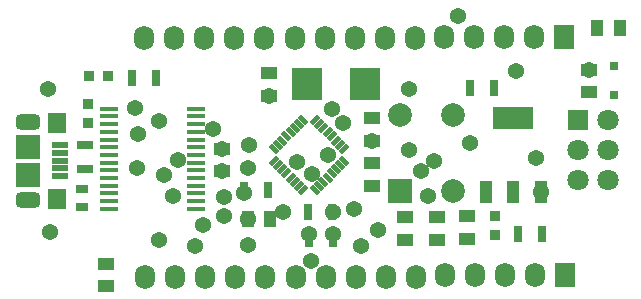
<source format=gts>
G04*
G04 #@! TF.GenerationSoftware,Altium Limited,Altium Designer,20.1.7 (139)*
G04*
G04 Layer_Color=8388736*
%FSLAX44Y44*%
%MOMM*%
G71*
G04*
G04 #@! TF.SameCoordinates,2F106875-763D-4B6E-BA67-D31112414CBE*
G04*
G04*
G04 #@! TF.FilePolarity,Negative*
G04*
G01*
G75*
G04:AMPARAMS|DCode=32|XSize=0.4064mm|YSize=0.9144mm|CornerRadius=0mm|HoleSize=0mm|Usage=FLASHONLY|Rotation=135.000|XOffset=0mm|YOffset=0mm|HoleType=Round|Shape=Rectangle|*
%AMROTATEDRECTD32*
4,1,4,0.4670,0.1796,-0.1796,-0.4670,-0.4670,-0.1796,0.1796,0.4670,0.4670,0.1796,0.0*
%
%ADD32ROTATEDRECTD32*%

G04:AMPARAMS|DCode=33|XSize=0.4064mm|YSize=0.9144mm|CornerRadius=0mm|HoleSize=0mm|Usage=FLASHONLY|Rotation=45.000|XOffset=0mm|YOffset=0mm|HoleType=Round|Shape=Rectangle|*
%AMROTATEDRECTD33*
4,1,4,0.1796,-0.4670,-0.4670,0.1796,-0.1796,0.4670,0.4670,-0.1796,0.1796,-0.4670,0.0*
%
%ADD33ROTATEDRECTD33*%

%ADD34R,2.6000X2.7000*%
%ADD35R,1.4970X0.4480*%
%ADD36R,1.4500X0.6500*%
%ADD37R,0.6500X1.4500*%
%ADD38R,1.0000X0.7000*%
%ADD39R,0.7858X0.6588*%
%ADD40R,1.0000X1.4000*%
%ADD41R,1.4000X1.0000*%
%ADD42R,3.3600X1.8600*%
%ADD43R,1.0600X1.8600*%
%ADD44R,1.5000X1.7000*%
%ADD45R,2.0000X2.0000*%
%ADD46R,1.4500X0.5000*%
%ADD47R,0.9000X0.9000*%
%ADD48R,0.9000X0.9000*%
%ADD49R,1.7000X2.1000*%
%ADD50O,1.7000X2.1000*%
%ADD51R,1.8000X1.8000*%
%ADD52C,1.8000*%
%ADD53C,2.0000*%
G04:AMPARAMS|DCode=54|XSize=2.1mm|YSize=1.3mm|CornerRadius=0.41mm|HoleSize=0mm|Usage=FLASHONLY|Rotation=0.000|XOffset=0mm|YOffset=0mm|HoleType=Round|Shape=RoundedRectangle|*
%AMROUNDEDRECTD54*
21,1,2.1000,0.4800,0,0,0.0*
21,1,1.2800,1.3000,0,0,0.0*
1,1,0.8200,0.6400,-0.2400*
1,1,0.8200,-0.6400,-0.2400*
1,1,0.8200,-0.6400,0.2400*
1,1,0.8200,0.6400,0.2400*
%
%ADD54ROUNDEDRECTD54*%
%ADD55C,1.3700*%
D32*
X290814Y131029D02*
D03*
X287222Y134621D02*
D03*
X283810Y138034D02*
D03*
X280218Y141626D02*
D03*
X276626Y145218D02*
D03*
X273034Y148810D02*
D03*
X269621Y152222D02*
D03*
X266029Y155814D02*
D03*
X231185Y120971D02*
D03*
X234778Y117379D02*
D03*
X238190Y113967D02*
D03*
X241782Y110374D02*
D03*
X245374Y106782D02*
D03*
X248967Y103190D02*
D03*
X252379Y99778D02*
D03*
X255971Y96186D02*
D03*
D33*
Y155814D02*
D03*
X252379Y152222D02*
D03*
X248967Y148810D02*
D03*
X245374Y145218D02*
D03*
X241782Y141626D02*
D03*
X238190Y138034D02*
D03*
X234778Y134621D02*
D03*
X231185Y131029D02*
D03*
X266029Y96186D02*
D03*
X269621Y99778D02*
D03*
X273034Y103190D02*
D03*
X276626Y106782D02*
D03*
X280218Y110374D02*
D03*
X283810Y113967D02*
D03*
X287222Y117379D02*
D03*
X290814Y120971D02*
D03*
D34*
X308500Y186000D02*
D03*
X259500D02*
D03*
D35*
X165000Y165000D02*
D03*
Y158500D02*
D03*
Y152000D02*
D03*
Y145500D02*
D03*
Y139000D02*
D03*
Y132500D02*
D03*
Y126000D02*
D03*
Y119500D02*
D03*
Y113000D02*
D03*
Y106500D02*
D03*
Y100000D02*
D03*
Y93500D02*
D03*
Y87000D02*
D03*
Y80500D02*
D03*
X91880Y165000D02*
D03*
Y158500D02*
D03*
Y152000D02*
D03*
Y145500D02*
D03*
Y139000D02*
D03*
Y126000D02*
D03*
Y132500D02*
D03*
Y119500D02*
D03*
Y113000D02*
D03*
Y106500D02*
D03*
Y100000D02*
D03*
Y93500D02*
D03*
Y87000D02*
D03*
Y80500D02*
D03*
D36*
X71000Y134320D02*
D03*
Y114000D02*
D03*
D37*
X110680Y191000D02*
D03*
X131000D02*
D03*
X417320Y183000D02*
D03*
X397000D02*
D03*
X226320Y96000D02*
D03*
X206000D02*
D03*
X458320Y59000D02*
D03*
X438000D02*
D03*
X280320Y78000D02*
D03*
X260000D02*
D03*
X260680Y55000D02*
D03*
X281000D02*
D03*
D38*
X69000Y82000D02*
D03*
Y97000D02*
D03*
D39*
X519000Y176616D02*
D03*
Y201000D02*
D03*
D40*
X228000Y72000D02*
D03*
X209000D02*
D03*
X524000Y233000D02*
D03*
X505000D02*
D03*
D41*
X89000Y34000D02*
D03*
Y15000D02*
D03*
X498000Y198000D02*
D03*
Y179000D02*
D03*
X227000Y176000D02*
D03*
Y195000D02*
D03*
X314000Y138000D02*
D03*
Y157000D02*
D03*
X187000Y112000D02*
D03*
Y131000D02*
D03*
X395000Y74000D02*
D03*
Y55000D02*
D03*
X342000Y54000D02*
D03*
Y73000D02*
D03*
X314000Y100000D02*
D03*
Y119000D02*
D03*
X369000Y73000D02*
D03*
Y54000D02*
D03*
D42*
X434000Y157000D02*
D03*
D43*
X457000Y94500D02*
D03*
X434000D02*
D03*
X411000D02*
D03*
D44*
X47500Y153000D02*
D03*
Y89000D02*
D03*
D45*
X23000Y133000D02*
D03*
Y109000D02*
D03*
X338000Y95000D02*
D03*
D46*
X49750Y108000D02*
D03*
Y127500D02*
D03*
Y121000D02*
D03*
Y114500D02*
D03*
Y134000D02*
D03*
D47*
X74000Y153000D02*
D03*
Y169000D02*
D03*
X189000Y90000D02*
D03*
Y74000D02*
D03*
X418000Y58000D02*
D03*
Y74000D02*
D03*
D48*
X75000Y193000D02*
D03*
X91000D02*
D03*
D49*
X477000Y226000D02*
D03*
X477400Y24000D02*
D03*
D50*
X451600Y226000D02*
D03*
X426200D02*
D03*
X400800D02*
D03*
X375400D02*
D03*
X274800Y225000D02*
D03*
X249400D02*
D03*
X351000D02*
D03*
X325600D02*
D03*
X300200D02*
D03*
X223000D02*
D03*
X197600D02*
D03*
X172200D02*
D03*
X146800D02*
D03*
X121400D02*
D03*
X452000Y24000D02*
D03*
X426600D02*
D03*
X401200D02*
D03*
X375800D02*
D03*
X275200Y23000D02*
D03*
X249800D02*
D03*
X351400D02*
D03*
X326000D02*
D03*
X300600D02*
D03*
X223400D02*
D03*
X198000D02*
D03*
X172600D02*
D03*
X147200D02*
D03*
X121800D02*
D03*
D51*
X489000Y155400D02*
D03*
D52*
X514400Y104600D02*
D03*
Y130000D02*
D03*
Y155400D02*
D03*
X489000Y104600D02*
D03*
Y130000D02*
D03*
D53*
X383000Y95000D02*
D03*
Y160000D02*
D03*
X338000D02*
D03*
D54*
X23000Y88000D02*
D03*
Y154000D02*
D03*
D55*
X262291Y35807D02*
D03*
X239000Y78000D02*
D03*
X299000Y80000D02*
D03*
X171000Y67000D02*
D03*
X305000Y49000D02*
D03*
X209000Y50000D02*
D03*
X453000Y123000D02*
D03*
X280000Y165000D02*
D03*
X150000Y122000D02*
D03*
X261000Y59000D02*
D03*
X308500Y186000D02*
D03*
X138000Y109000D02*
D03*
X209000Y115000D02*
D03*
X346000Y130000D02*
D03*
X210000Y134000D02*
D03*
X40000Y182000D02*
D03*
X116000Y144000D02*
D03*
X134000Y155000D02*
D03*
X115000Y115000D02*
D03*
X180000Y148000D02*
D03*
X164000Y49000D02*
D03*
X134000Y54000D02*
D03*
X114000Y166000D02*
D03*
X42000Y61000D02*
D03*
X356000Y112000D02*
D03*
X263295Y109517D02*
D03*
X436000Y197000D02*
D03*
X498000Y198000D02*
D03*
X362000Y91000D02*
D03*
X209000Y72000D02*
D03*
X397000Y136000D02*
D03*
X387000Y244000D02*
D03*
X189000Y74000D02*
D03*
X206000Y94000D02*
D03*
X366402Y120916D02*
D03*
X281000Y59000D02*
D03*
X146000Y91000D02*
D03*
X434000Y157000D02*
D03*
X281000Y78000D02*
D03*
X189000Y90000D02*
D03*
X227000Y176000D02*
D03*
X314000Y138000D02*
D03*
X277000Y126000D02*
D03*
X346000Y182000D02*
D03*
X187000Y131000D02*
D03*
Y112000D02*
D03*
X47500Y89000D02*
D03*
X457000Y94500D02*
D03*
X251000Y120000D02*
D03*
X319000Y62000D02*
D03*
X47500Y153000D02*
D03*
X290000D02*
D03*
M02*

</source>
